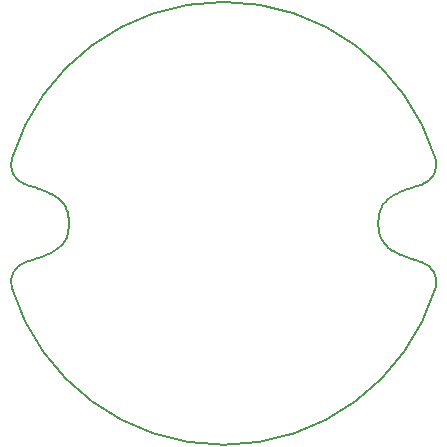
<source format=gm1>
G04 #@! TF.GenerationSoftware,KiCad,Pcbnew,(5.1.5)-3*
G04 #@! TF.CreationDate,2020-04-05T02:52:48-02:30*
G04 #@! TF.ProjectId,Thruster_Controller,54687275-7374-4657-925f-436f6e74726f,rev?*
G04 #@! TF.SameCoordinates,Original*
G04 #@! TF.FileFunction,Profile,NP*
%FSLAX46Y46*%
G04 Gerber Fmt 4.6, Leading zero omitted, Abs format (unit mm)*
G04 Created by KiCad (PCBNEW (5.1.5)-3) date 2020-04-05 02:52:48*
%MOMM*%
%LPD*%
G04 APERTURE LIST*
%ADD10C,0.200000*%
G04 APERTURE END LIST*
D10*
X81516050Y-93978624D02*
G75*
G02X117383949Y-93978624I17933950J-5471376D01*
G01*
X117383949Y-93978623D02*
G75*
G02X116234887Y-96158750I-1673835J-510662D01*
G01*
X112550000Y-99450000D02*
X112554245Y-99245037D01*
X112554245Y-99245037D02*
X112566643Y-99054788D01*
X112566643Y-99054788D02*
X112587938Y-98869256D01*
X112587938Y-98869256D02*
X112617436Y-98696042D01*
X112617436Y-98696042D02*
X112656458Y-98528023D01*
X112656458Y-98528023D02*
X112702762Y-98374012D01*
X112702762Y-98374012D02*
X112758524Y-98225608D01*
X112758524Y-98225608D02*
X112822281Y-98086638D01*
X112822281Y-98086638D02*
X112893513Y-97956867D01*
X112893513Y-97956867D02*
X112973091Y-97833823D01*
X112973091Y-97833823D02*
X113059711Y-97718726D01*
X113059711Y-97718726D02*
X113153025Y-97610896D01*
X113153025Y-97610896D02*
X113255852Y-97506714D01*
X113255852Y-97506714D02*
X113361806Y-97411695D01*
X113361806Y-97411695D02*
X113477076Y-97319411D01*
X113477076Y-97319411D02*
X113596265Y-97233600D01*
X113596265Y-97233600D02*
X113718208Y-97153914D01*
X113718208Y-97153914D02*
X113843770Y-97078809D01*
X113843770Y-97078809D02*
X113973611Y-97007218D01*
X113973611Y-97007218D02*
X114109768Y-96937593D01*
X114109768Y-96937593D02*
X114247349Y-96871936D01*
X114247349Y-96871936D02*
X114389580Y-96808176D01*
X114389580Y-96808176D02*
X114531003Y-96748234D01*
X114531003Y-96748234D02*
X114675022Y-96690150D01*
X114675022Y-96690150D02*
X114822065Y-96633420D01*
X114822065Y-96633420D02*
X114968254Y-96579176D01*
X114968254Y-96579176D02*
X115116070Y-96526148D01*
X115116070Y-96526148D02*
X115269939Y-96472566D01*
X115269939Y-96472566D02*
X115421969Y-96420958D01*
X115421969Y-96420958D02*
X115578237Y-96369035D01*
X115578237Y-96369035D02*
X115731977Y-96318848D01*
X115731977Y-96318848D02*
X115889623Y-96268112D01*
X115889623Y-96268112D02*
X116044075Y-96218948D01*
X116044075Y-96218948D02*
X116202117Y-96169053D01*
X116202117Y-96169053D02*
X116234887Y-96158750D01*
X116234887Y-102741249D02*
X116069217Y-102689008D01*
X116069217Y-102689008D02*
X115914404Y-102639808D01*
X115914404Y-102639808D02*
X115759756Y-102590147D01*
X115759756Y-102590147D02*
X115605517Y-102539944D01*
X115605517Y-102539944D02*
X115455157Y-102490182D01*
X115455157Y-102490182D02*
X115302389Y-102438590D01*
X115302389Y-102438590D02*
X115147737Y-102385052D01*
X115147737Y-102385052D02*
X114996166Y-102331029D01*
X114996166Y-102331029D02*
X114846378Y-102275809D01*
X114846378Y-102275809D02*
X114698644Y-102219206D01*
X114698644Y-102219206D02*
X114554575Y-102161547D01*
X114554575Y-102161547D02*
X114411089Y-102101233D01*
X114411089Y-102101233D02*
X114269320Y-102038252D01*
X114269320Y-102038252D02*
X114133255Y-101974005D01*
X114133255Y-101974005D02*
X113997226Y-101905302D01*
X113997226Y-101905302D02*
X113864701Y-101833172D01*
X113864701Y-101833172D02*
X113736583Y-101757517D01*
X113736583Y-101757517D02*
X113613667Y-101678239D01*
X113613667Y-101678239D02*
X113493455Y-101592889D01*
X113493455Y-101592889D02*
X113380106Y-101503600D01*
X113380106Y-101503600D02*
X113272899Y-101409237D01*
X113272899Y-101409237D02*
X113171702Y-101308905D01*
X113171702Y-101308905D02*
X113074137Y-101198735D01*
X113074137Y-101198735D02*
X112986201Y-101084472D01*
X112986201Y-101084472D02*
X112905284Y-100962328D01*
X112905284Y-100962328D02*
X112832720Y-100833505D01*
X112832720Y-100833505D02*
X112768490Y-100697576D01*
X112768490Y-100697576D02*
X112712003Y-100552501D01*
X112712003Y-100552501D02*
X112663675Y-100398150D01*
X112663675Y-100398150D02*
X112624042Y-100235672D01*
X112624042Y-100235672D02*
X112592898Y-100064083D01*
X112592898Y-100064083D02*
X112570544Y-99886247D01*
X112570544Y-99886247D02*
X112556374Y-99699463D01*
X112556374Y-99699463D02*
X112550291Y-99504885D01*
X112550291Y-99504885D02*
X112550000Y-99450000D01*
X116234886Y-102741249D02*
G75*
G02X117383949Y-104921375I-524772J-1669465D01*
G01*
X117383949Y-104921377D02*
G75*
G02X81516050Y-104921375I-17933949J5471377D01*
G01*
X81516050Y-104921376D02*
G75*
G02X82665112Y-102741249I1673835J510662D01*
G01*
X86350000Y-99450000D02*
X86345535Y-99659905D01*
X86345535Y-99659905D02*
X86333109Y-99847887D01*
X86333109Y-99847887D02*
X86312414Y-100028191D01*
X86312414Y-100028191D02*
X86283156Y-100200938D01*
X86283156Y-100200938D02*
X86245344Y-100365129D01*
X86245344Y-100365129D02*
X86199400Y-100519500D01*
X86199400Y-100519500D02*
X86145063Y-100665697D01*
X86145063Y-100665697D02*
X86082546Y-100803674D01*
X86082546Y-100803674D02*
X86009747Y-100937624D01*
X86009747Y-100937624D02*
X85930532Y-101060951D01*
X85930532Y-101060951D02*
X85841617Y-101179617D01*
X85841617Y-101179617D02*
X85748778Y-101287129D01*
X85748778Y-101287129D02*
X85648848Y-101388787D01*
X85648848Y-101388787D02*
X85543239Y-101484003D01*
X85543239Y-101484003D02*
X85430123Y-101575102D01*
X85430123Y-101575102D02*
X85313299Y-101659809D01*
X85313299Y-101659809D02*
X85191407Y-101740048D01*
X85191407Y-101740048D02*
X85062625Y-101817499D01*
X85062625Y-101817499D02*
X84932548Y-101889498D01*
X84932548Y-101889498D02*
X84798442Y-101958333D01*
X84798442Y-101958333D02*
X84661834Y-102023797D01*
X84661834Y-102023797D02*
X84521902Y-102086800D01*
X84521902Y-102086800D02*
X84381583Y-102146543D01*
X84381583Y-102146543D02*
X84238713Y-102204415D01*
X84238713Y-102204415D02*
X84094273Y-102260378D01*
X84094273Y-102260378D02*
X83946419Y-102315455D01*
X83946419Y-102315455D02*
X83797543Y-102369025D01*
X83797543Y-102369025D02*
X83648759Y-102420990D01*
X83648759Y-102420990D02*
X83497257Y-102472570D01*
X83497257Y-102472570D02*
X83341520Y-102524443D01*
X83341520Y-102524443D02*
X83188288Y-102574569D01*
X83188288Y-102574569D02*
X83031153Y-102625227D01*
X83031153Y-102625227D02*
X82877189Y-102674298D01*
X82877189Y-102674298D02*
X82719640Y-102724091D01*
X82719640Y-102724091D02*
X82665112Y-102741249D01*
X82665112Y-96158750D02*
X82830775Y-96210984D01*
X82830775Y-96210984D02*
X82989063Y-96261292D01*
X82989063Y-96261292D02*
X83147022Y-96312038D01*
X83147022Y-96312038D02*
X83301091Y-96362218D01*
X83301091Y-96362218D02*
X83457725Y-96414118D01*
X83457725Y-96414118D02*
X83610141Y-96465689D01*
X83610141Y-96465689D02*
X83764430Y-96519216D01*
X83764430Y-96519216D02*
X83912682Y-96572173D01*
X83912682Y-96572173D02*
X84066473Y-96629016D01*
X84066473Y-96629016D02*
X84211019Y-96684575D01*
X84211019Y-96684575D02*
X84356082Y-96742821D01*
X84356082Y-96742821D02*
X84498529Y-96802920D01*
X84498529Y-96802920D02*
X84638071Y-96865132D01*
X84638071Y-96865132D02*
X84775604Y-96930320D01*
X84775604Y-96930320D02*
X84908978Y-96997950D01*
X84908978Y-96997950D02*
X85039595Y-97069259D01*
X85039595Y-97069259D02*
X85167496Y-97144997D01*
X85167496Y-97144997D02*
X85294532Y-97227314D01*
X85294532Y-97227314D02*
X85412447Y-97311529D01*
X85412447Y-97311529D02*
X85524997Y-97400655D01*
X85524997Y-97400655D02*
X85631859Y-97495212D01*
X85631859Y-97495212D02*
X85739667Y-97603183D01*
X85739667Y-97603183D02*
X85833942Y-97711104D01*
X85833942Y-97711104D02*
X85921160Y-97825886D01*
X85921160Y-97825886D02*
X86002449Y-97950421D01*
X86002449Y-97950421D02*
X86075146Y-98081871D01*
X86075146Y-98081871D02*
X86138413Y-98218655D01*
X86138413Y-98218655D02*
X86193554Y-98363562D01*
X86193554Y-98363562D02*
X86241275Y-98519960D01*
X86241275Y-98519960D02*
X86280428Y-98685859D01*
X86280428Y-98685859D02*
X86310484Y-98858656D01*
X86310484Y-98858656D02*
X86332019Y-99040404D01*
X86332019Y-99040404D02*
X86344979Y-99227918D01*
X86344979Y-99227918D02*
X86349936Y-99424684D01*
X86349936Y-99424684D02*
X86350000Y-99450000D01*
X82665113Y-96158750D02*
G75*
G02X81516050Y-93978624I524772J1669465D01*
G01*
M02*

</source>
